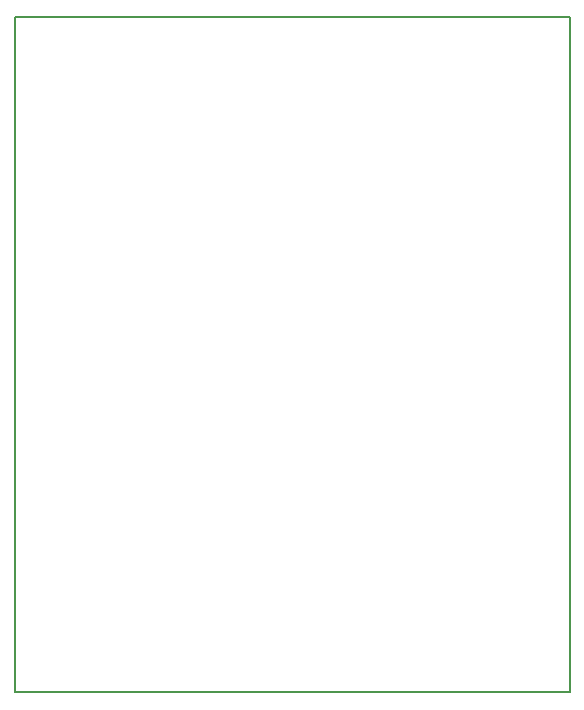
<source format=gbr>
G04 #@! TF.FileFunction,Profile,NP*
%FSLAX46Y46*%
G04 Gerber Fmt 4.6, Leading zero omitted, Abs format (unit mm)*
G04 Created by KiCad (PCBNEW 4.0.2-2.fc24-product) date Thu 11 Aug 2016 11:34:58 NZST*
%MOMM*%
G01*
G04 APERTURE LIST*
%ADD10C,0.100000*%
%ADD11C,0.150000*%
G04 APERTURE END LIST*
D10*
D11*
X90678000Y-75692000D02*
X90932000Y-75692000D01*
X90678000Y-132842000D02*
X90678000Y-75692000D01*
X137668000Y-132842000D02*
X90678000Y-132842000D01*
X137668000Y-75692000D02*
X137668000Y-132842000D01*
X90932000Y-75692000D02*
X137668000Y-75692000D01*
M02*

</source>
